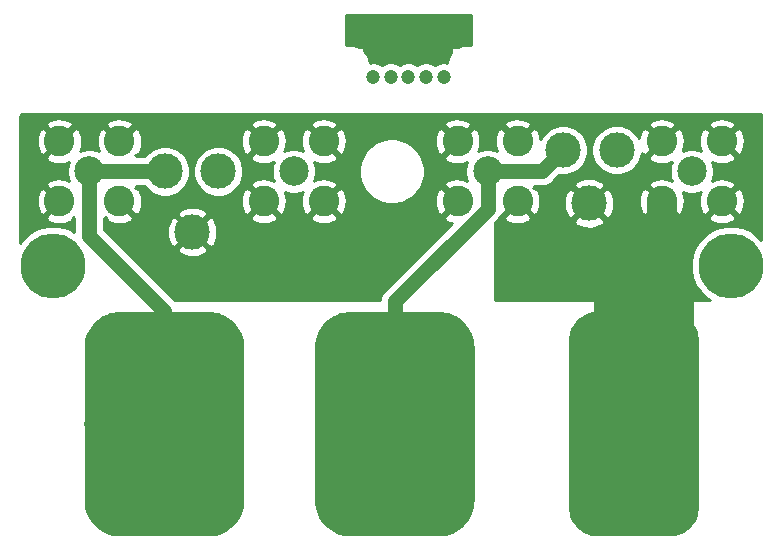
<source format=gbr>
G04 #@! TF.GenerationSoftware,KiCad,Pcbnew,(5.1.0)-1*
G04 #@! TF.CreationDate,2019-08-14T22:30:10+08:00*
G04 #@! TF.ProjectId,Kelvin Connector for Handheld LCR Meter,4b656c76-696e-4204-936f-6e6e6563746f,1.01*
G04 #@! TF.SameCoordinates,Original*
G04 #@! TF.FileFunction,Copper,L1,Top*
G04 #@! TF.FilePolarity,Positive*
%FSLAX46Y46*%
G04 Gerber Fmt 4.6, Leading zero omitted, Abs format (unit mm)*
G04 Created by KiCad (PCBNEW (5.1.0)-1) date 2019-08-14 22:30:10*
%MOMM*%
%LPD*%
G04 APERTURE LIST*
%ADD10C,2.500000*%
%ADD11C,2.600000*%
%ADD12C,5.500000*%
%ADD13C,0.100000*%
%ADD14C,11.000000*%
%ADD15C,13.500000*%
%ADD16C,2.999999*%
%ADD17C,1.200000*%
%ADD18C,0.600000*%
%ADD19C,2.540000*%
%ADD20C,1.270000*%
%ADD21C,0.254000*%
G04 APERTURE END LIST*
D10*
X222700000Y-93000000D03*
D11*
X225240000Y-90460000D03*
X225240000Y-95540000D03*
X220160000Y-90460000D03*
X220160000Y-95540000D03*
D12*
X243300000Y-101000000D03*
X185900000Y-101000000D03*
D13*
G36*
X238397358Y-104911759D02*
G01*
X238634411Y-104946922D01*
X238866875Y-105005152D01*
X239092513Y-105085886D01*
X239309151Y-105188348D01*
X239514703Y-105311551D01*
X239707188Y-105454308D01*
X239884755Y-105615245D01*
X240045692Y-105792812D01*
X240188449Y-105985297D01*
X240311652Y-106190849D01*
X240414114Y-106407487D01*
X240494848Y-106633125D01*
X240553078Y-106865589D01*
X240588241Y-107102642D01*
X240600000Y-107342000D01*
X240600000Y-121458000D01*
X240588241Y-121697358D01*
X240553078Y-121934411D01*
X240494848Y-122166875D01*
X240414114Y-122392513D01*
X240311652Y-122609151D01*
X240188449Y-122814703D01*
X240045692Y-123007188D01*
X239884755Y-123184755D01*
X239707188Y-123345692D01*
X239514703Y-123488449D01*
X239309151Y-123611652D01*
X239092513Y-123714114D01*
X238866875Y-123794848D01*
X238634411Y-123853078D01*
X238397358Y-123888241D01*
X238158000Y-123900000D01*
X232042000Y-123900000D01*
X231802642Y-123888241D01*
X231565589Y-123853078D01*
X231333125Y-123794848D01*
X231107487Y-123714114D01*
X230890849Y-123611652D01*
X230685297Y-123488449D01*
X230492812Y-123345692D01*
X230315245Y-123184755D01*
X230154308Y-123007188D01*
X230011551Y-122814703D01*
X229888348Y-122609151D01*
X229785886Y-122392513D01*
X229705152Y-122166875D01*
X229646922Y-121934411D01*
X229611759Y-121697358D01*
X229600000Y-121458000D01*
X229600000Y-107342000D01*
X229611759Y-107102642D01*
X229646922Y-106865589D01*
X229705152Y-106633125D01*
X229785886Y-106407487D01*
X229888348Y-106190849D01*
X230011551Y-105985297D01*
X230154308Y-105792812D01*
X230315245Y-105615245D01*
X230492812Y-105454308D01*
X230685297Y-105311551D01*
X230890849Y-105188348D01*
X231107487Y-105085886D01*
X231333125Y-105005152D01*
X231565589Y-104946922D01*
X231802642Y-104911759D01*
X232042000Y-104900000D01*
X238158000Y-104900000D01*
X238397358Y-104911759D01*
X238397358Y-104911759D01*
G37*
D14*
X235100000Y-114400000D03*
D13*
G36*
X218896757Y-104914431D02*
G01*
X219187686Y-104957587D01*
X219472983Y-105029050D01*
X219749902Y-105128133D01*
X220015776Y-105253882D01*
X220268044Y-105405086D01*
X220504277Y-105580288D01*
X220722199Y-105777801D01*
X220919712Y-105995723D01*
X221094914Y-106231956D01*
X221246118Y-106484224D01*
X221371867Y-106750098D01*
X221470950Y-107027017D01*
X221542413Y-107312314D01*
X221585569Y-107603243D01*
X221600000Y-107897000D01*
X221600000Y-120903000D01*
X221585569Y-121196757D01*
X221542413Y-121487686D01*
X221470950Y-121772983D01*
X221371867Y-122049902D01*
X221246118Y-122315776D01*
X221094914Y-122568044D01*
X220919712Y-122804277D01*
X220722199Y-123022199D01*
X220504277Y-123219712D01*
X220268044Y-123394914D01*
X220015776Y-123546118D01*
X219749902Y-123671867D01*
X219472983Y-123770950D01*
X219187686Y-123842413D01*
X218896757Y-123885569D01*
X218603000Y-123900000D01*
X211097000Y-123900000D01*
X210803243Y-123885569D01*
X210512314Y-123842413D01*
X210227017Y-123770950D01*
X209950098Y-123671867D01*
X209684224Y-123546118D01*
X209431956Y-123394914D01*
X209195723Y-123219712D01*
X208977801Y-123022199D01*
X208780288Y-122804277D01*
X208605086Y-122568044D01*
X208453882Y-122315776D01*
X208328133Y-122049902D01*
X208229050Y-121772983D01*
X208157587Y-121487686D01*
X208114431Y-121196757D01*
X208100000Y-120903000D01*
X208100000Y-107897000D01*
X208114431Y-107603243D01*
X208157587Y-107312314D01*
X208229050Y-107027017D01*
X208328133Y-106750098D01*
X208453882Y-106484224D01*
X208605086Y-106231956D01*
X208780288Y-105995723D01*
X208977801Y-105777801D01*
X209195723Y-105580288D01*
X209431956Y-105405086D01*
X209684224Y-105253882D01*
X209950098Y-105128133D01*
X210227017Y-105029050D01*
X210512314Y-104957587D01*
X210803243Y-104914431D01*
X211097000Y-104900000D01*
X218603000Y-104900000D01*
X218896757Y-104914431D01*
X218896757Y-104914431D01*
G37*
D15*
X214850000Y-114400000D03*
D13*
G36*
X199396757Y-104914431D02*
G01*
X199687686Y-104957587D01*
X199972983Y-105029050D01*
X200249902Y-105128133D01*
X200515776Y-105253882D01*
X200768044Y-105405086D01*
X201004277Y-105580288D01*
X201222199Y-105777801D01*
X201419712Y-105995723D01*
X201594914Y-106231956D01*
X201746118Y-106484224D01*
X201871867Y-106750098D01*
X201970950Y-107027017D01*
X202042413Y-107312314D01*
X202085569Y-107603243D01*
X202100000Y-107897000D01*
X202100000Y-120903000D01*
X202085569Y-121196757D01*
X202042413Y-121487686D01*
X201970950Y-121772983D01*
X201871867Y-122049902D01*
X201746118Y-122315776D01*
X201594914Y-122568044D01*
X201419712Y-122804277D01*
X201222199Y-123022199D01*
X201004277Y-123219712D01*
X200768044Y-123394914D01*
X200515776Y-123546118D01*
X200249902Y-123671867D01*
X199972983Y-123770950D01*
X199687686Y-123842413D01*
X199396757Y-123885569D01*
X199103000Y-123900000D01*
X191597000Y-123900000D01*
X191303243Y-123885569D01*
X191012314Y-123842413D01*
X190727017Y-123770950D01*
X190450098Y-123671867D01*
X190184224Y-123546118D01*
X189931956Y-123394914D01*
X189695723Y-123219712D01*
X189477801Y-123022199D01*
X189280288Y-122804277D01*
X189105086Y-122568044D01*
X188953882Y-122315776D01*
X188828133Y-122049902D01*
X188729050Y-121772983D01*
X188657587Y-121487686D01*
X188614431Y-121196757D01*
X188600000Y-120903000D01*
X188600000Y-107897000D01*
X188614431Y-107603243D01*
X188657587Y-107312314D01*
X188729050Y-107027017D01*
X188828133Y-106750098D01*
X188953882Y-106484224D01*
X189105086Y-106231956D01*
X189280288Y-105995723D01*
X189477801Y-105777801D01*
X189695723Y-105580288D01*
X189931956Y-105405086D01*
X190184224Y-105253882D01*
X190450098Y-105128133D01*
X190727017Y-105029050D01*
X191012314Y-104957587D01*
X191303243Y-104914431D01*
X191597000Y-104900000D01*
X199103000Y-104900000D01*
X199396757Y-104914431D01*
X199396757Y-104914431D01*
G37*
D15*
X195350000Y-114400000D03*
D16*
X231300000Y-95700000D03*
X197693000Y-98125000D03*
X195400000Y-93000000D03*
D11*
X203760000Y-95540000D03*
X203760000Y-90460000D03*
X208840000Y-95540000D03*
X208840000Y-90460000D03*
D10*
X206300000Y-93000000D03*
D16*
X199900000Y-93000000D03*
D10*
X189000000Y-93000000D03*
D11*
X191540000Y-90460000D03*
X191540000Y-95540000D03*
X186460000Y-90460000D03*
X186460000Y-95540000D03*
D16*
X229100000Y-91200000D03*
D11*
X237460000Y-95540000D03*
X237460000Y-90460000D03*
X242540000Y-95540000D03*
X242540000Y-90460000D03*
D10*
X240000000Y-93000000D03*
D16*
X233634000Y-91200000D03*
D17*
X213000000Y-85000000D03*
X214500000Y-85000000D03*
X216000000Y-85000000D03*
X217500000Y-85000000D03*
X219000000Y-85000000D03*
D18*
X233000000Y-100500000D03*
X234000000Y-100500000D03*
X235000000Y-100500000D03*
X236000000Y-100500000D03*
X237000000Y-100500000D03*
X238000000Y-100500000D03*
X239000000Y-100500000D03*
X232000000Y-101700000D03*
X233000000Y-101700000D03*
X234000000Y-101700000D03*
X235000000Y-101700000D03*
X236000000Y-101700000D03*
X237000000Y-101700000D03*
X238000000Y-101700000D03*
X239000000Y-101700000D03*
X232000000Y-102900000D03*
X233000000Y-102900000D03*
X234000000Y-102900000D03*
X235000000Y-102900000D03*
X236000000Y-102900000D03*
X237000000Y-102900000D03*
X238000000Y-102900000D03*
X239000000Y-102900000D03*
X232000000Y-104100000D03*
X233000000Y-104100000D03*
X234000000Y-104100000D03*
X235000000Y-104100000D03*
X236000000Y-104100000D03*
X237000000Y-104100000D03*
X238000000Y-104100000D03*
X239000000Y-104100000D03*
X183600000Y-97800000D03*
X183600000Y-96900000D03*
X184400000Y-97300000D03*
X245500000Y-97700000D03*
X245500000Y-96900000D03*
X244800000Y-97300000D03*
X232000000Y-100500000D03*
X207000000Y-99300000D03*
X206000000Y-100500000D03*
X207000000Y-100500000D03*
X205000000Y-101700000D03*
X206000000Y-101700000D03*
X207000000Y-101700000D03*
X204000000Y-102900000D03*
X205000000Y-102900000D03*
X206000000Y-102900000D03*
X207000000Y-102900000D03*
X202000000Y-99300000D03*
X201000000Y-99300000D03*
X203000000Y-98100000D03*
X202000000Y-98100000D03*
X201000000Y-98100000D03*
X200000000Y-98100000D03*
X201000000Y-96900000D03*
X200000000Y-96900000D03*
D19*
X235100000Y-102700000D02*
X235100000Y-102700000D01*
X235400000Y-102400000D02*
X235200000Y-102600000D01*
X235200000Y-102600000D02*
X235100000Y-102700000D01*
X235900000Y-101900000D02*
X235400000Y-102400000D01*
X235100000Y-102700000D02*
X235100000Y-114400000D01*
X235900000Y-101900000D02*
X237500000Y-101900000D01*
X237460000Y-101560000D02*
X237460000Y-101040000D01*
X237800000Y-101900000D02*
X237460000Y-101560000D01*
X237500000Y-101900000D02*
X237500000Y-101900000D01*
X237460000Y-101040000D02*
X237460000Y-100840000D01*
X237460000Y-100840000D02*
X237460000Y-95540000D01*
X237500000Y-101900000D02*
X237800000Y-101900000D01*
X238900000Y-110600000D02*
X235100000Y-114400000D01*
X238900000Y-103500000D02*
X238900000Y-110600000D01*
X233000000Y-112300000D02*
X235100000Y-114400000D01*
X233000000Y-103000000D02*
X233000000Y-112300000D01*
X237500000Y-112000000D02*
X235100000Y-114400000D01*
X237500000Y-103500000D02*
X237500000Y-112000000D01*
D20*
X195350000Y-104800000D02*
X195350000Y-114400000D01*
X189000000Y-98450000D02*
X195350000Y-104800000D01*
X189000000Y-93000000D02*
X189000000Y-98450000D01*
X189000000Y-93000000D02*
X195400000Y-93000000D01*
X214850000Y-104800000D02*
X214850000Y-114400000D01*
X214850000Y-104009802D02*
X214850000Y-104800000D01*
X222700000Y-96159802D02*
X214850000Y-104009802D01*
X222700000Y-93000000D02*
X222700000Y-96159802D01*
X227300000Y-93000000D02*
X229100000Y-91200000D01*
X222700000Y-93000000D02*
X227300000Y-93000000D01*
D21*
G36*
X245873000Y-98785886D02*
G01*
X245457812Y-98370698D01*
X244903399Y-98000252D01*
X244287368Y-97745083D01*
X243633393Y-97615000D01*
X242966607Y-97615000D01*
X242312632Y-97745083D01*
X241696601Y-98000252D01*
X241142188Y-98370698D01*
X240670698Y-98842188D01*
X240300252Y-99396601D01*
X240045083Y-100012632D01*
X239915000Y-100666607D01*
X239915000Y-101333393D01*
X240045083Y-101987368D01*
X240300252Y-102603399D01*
X240670698Y-103157812D01*
X241142188Y-103629302D01*
X241506909Y-103873000D01*
X223327000Y-103873000D01*
X223327000Y-97328853D01*
X223553914Y-97101939D01*
X223602370Y-97062172D01*
X223744305Y-96889224D01*
X224070381Y-96889224D01*
X224202317Y-97184312D01*
X224543045Y-97355159D01*
X224910557Y-97456250D01*
X225290729Y-97483701D01*
X225668951Y-97436457D01*
X226030690Y-97316333D01*
X226263950Y-97191652D01*
X229987953Y-97191652D01*
X230143963Y-97507213D01*
X230518746Y-97698019D01*
X230923552Y-97812043D01*
X231342825Y-97844902D01*
X231760452Y-97795333D01*
X232160383Y-97665242D01*
X232456037Y-97507213D01*
X232612047Y-97191652D01*
X231300000Y-95879605D01*
X229987953Y-97191652D01*
X226263950Y-97191652D01*
X226277683Y-97184312D01*
X226409619Y-96889224D01*
X225240000Y-95719605D01*
X224070381Y-96889224D01*
X223744305Y-96889224D01*
X223761075Y-96868790D01*
X223854760Y-96693516D01*
X223890776Y-96709619D01*
X225060395Y-95540000D01*
X225046253Y-95525858D01*
X225225858Y-95346253D01*
X225240000Y-95360395D01*
X225254143Y-95346253D01*
X225433748Y-95525858D01*
X225419605Y-95540000D01*
X226589224Y-96709619D01*
X226884312Y-96577683D01*
X227055159Y-96236955D01*
X227156250Y-95869443D01*
X227165392Y-95742825D01*
X229155098Y-95742825D01*
X229204667Y-96160452D01*
X229334758Y-96560383D01*
X229492787Y-96856037D01*
X229808348Y-97012047D01*
X231120395Y-95700000D01*
X231479605Y-95700000D01*
X232791652Y-97012047D01*
X233040085Y-96889224D01*
X236290381Y-96889224D01*
X236422317Y-97184312D01*
X236763045Y-97355159D01*
X237130557Y-97456250D01*
X237510729Y-97483701D01*
X237888951Y-97436457D01*
X238250690Y-97316333D01*
X238497683Y-97184312D01*
X238629619Y-96889224D01*
X241370381Y-96889224D01*
X241502317Y-97184312D01*
X241843045Y-97355159D01*
X242210557Y-97456250D01*
X242590729Y-97483701D01*
X242968951Y-97436457D01*
X243330690Y-97316333D01*
X243577683Y-97184312D01*
X243709619Y-96889224D01*
X242540000Y-95719605D01*
X241370381Y-96889224D01*
X238629619Y-96889224D01*
X237460000Y-95719605D01*
X236290381Y-96889224D01*
X233040085Y-96889224D01*
X233107213Y-96856037D01*
X233298019Y-96481254D01*
X233412043Y-96076448D01*
X233444902Y-95657175D01*
X233437016Y-95590729D01*
X235516299Y-95590729D01*
X235563543Y-95968951D01*
X235683667Y-96330690D01*
X235815688Y-96577683D01*
X236110776Y-96709619D01*
X237280395Y-95540000D01*
X236110776Y-94370381D01*
X235815688Y-94502317D01*
X235644841Y-94843045D01*
X235543750Y-95210557D01*
X235516299Y-95590729D01*
X233437016Y-95590729D01*
X233395333Y-95239548D01*
X233265242Y-94839617D01*
X233107213Y-94543963D01*
X232791652Y-94387953D01*
X231479605Y-95700000D01*
X231120395Y-95700000D01*
X229808348Y-94387953D01*
X229492787Y-94543963D01*
X229301981Y-94918746D01*
X229187957Y-95323552D01*
X229155098Y-95742825D01*
X227165392Y-95742825D01*
X227183701Y-95489271D01*
X227136457Y-95111049D01*
X227016333Y-94749310D01*
X226884312Y-94502317D01*
X226589226Y-94370382D01*
X226689608Y-94270000D01*
X227237627Y-94270000D01*
X227300000Y-94276143D01*
X227362373Y-94270000D01*
X227362380Y-94270000D01*
X227548963Y-94251623D01*
X227691621Y-94208348D01*
X229987953Y-94208348D01*
X231300000Y-95520395D01*
X232612047Y-94208348D01*
X232456037Y-93892787D01*
X232081254Y-93701981D01*
X231676448Y-93587957D01*
X231257175Y-93555098D01*
X230839548Y-93604667D01*
X230439617Y-93734758D01*
X230143963Y-93892787D01*
X229987953Y-94208348D01*
X227691621Y-94208348D01*
X227788359Y-94179003D01*
X228008988Y-94061075D01*
X228202370Y-93902370D01*
X228242141Y-93853909D01*
X228782399Y-93313651D01*
X228889721Y-93334999D01*
X229310279Y-93334999D01*
X229722756Y-93252952D01*
X230111301Y-93092011D01*
X230460982Y-92858362D01*
X230758362Y-92560982D01*
X230992011Y-92211301D01*
X231152952Y-91822756D01*
X231234999Y-91410279D01*
X231234999Y-90989721D01*
X231499001Y-90989721D01*
X231499001Y-91410279D01*
X231581048Y-91822756D01*
X231741989Y-92211301D01*
X231975638Y-92560982D01*
X232273018Y-92858362D01*
X232622699Y-93092011D01*
X233011244Y-93252952D01*
X233423721Y-93334999D01*
X233844279Y-93334999D01*
X234256756Y-93252952D01*
X234645301Y-93092011D01*
X234994982Y-92858362D01*
X235292362Y-92560982D01*
X235526011Y-92211301D01*
X235686952Y-91822756D01*
X235689643Y-91809224D01*
X236290381Y-91809224D01*
X236422317Y-92104312D01*
X236763045Y-92275159D01*
X237130557Y-92376250D01*
X237510729Y-92403701D01*
X237888951Y-92356457D01*
X238250690Y-92236333D01*
X238283212Y-92218950D01*
X238187439Y-92450166D01*
X238115000Y-92814344D01*
X238115000Y-93185656D01*
X238187439Y-93549834D01*
X238286923Y-93790009D01*
X238156955Y-93724841D01*
X237789443Y-93623750D01*
X237409271Y-93596299D01*
X237031049Y-93643543D01*
X236669310Y-93763667D01*
X236422317Y-93895688D01*
X236290381Y-94190776D01*
X237460000Y-95360395D01*
X237474143Y-95346253D01*
X237653748Y-95525858D01*
X237639605Y-95540000D01*
X238809224Y-96709619D01*
X239104312Y-96577683D01*
X239275159Y-96236955D01*
X239376250Y-95869443D01*
X239403701Y-95489271D01*
X239356457Y-95111049D01*
X239236333Y-94749310D01*
X239218950Y-94716788D01*
X239450166Y-94812561D01*
X239814344Y-94885000D01*
X240185656Y-94885000D01*
X240549834Y-94812561D01*
X240790009Y-94713077D01*
X240724841Y-94843045D01*
X240623750Y-95210557D01*
X240596299Y-95590729D01*
X240643543Y-95968951D01*
X240763667Y-96330690D01*
X240895688Y-96577683D01*
X241190776Y-96709619D01*
X242360395Y-95540000D01*
X242719605Y-95540000D01*
X243889224Y-96709619D01*
X244184312Y-96577683D01*
X244355159Y-96236955D01*
X244456250Y-95869443D01*
X244483701Y-95489271D01*
X244436457Y-95111049D01*
X244316333Y-94749310D01*
X244184312Y-94502317D01*
X243889224Y-94370381D01*
X242719605Y-95540000D01*
X242360395Y-95540000D01*
X242346253Y-95525858D01*
X242525858Y-95346253D01*
X242540000Y-95360395D01*
X243709619Y-94190776D01*
X243577683Y-93895688D01*
X243236955Y-93724841D01*
X242869443Y-93623750D01*
X242489271Y-93596299D01*
X242111049Y-93643543D01*
X241749310Y-93763667D01*
X241716788Y-93781050D01*
X241812561Y-93549834D01*
X241885000Y-93185656D01*
X241885000Y-92814344D01*
X241812561Y-92450166D01*
X241713077Y-92209991D01*
X241843045Y-92275159D01*
X242210557Y-92376250D01*
X242590729Y-92403701D01*
X242968951Y-92356457D01*
X243330690Y-92236333D01*
X243577683Y-92104312D01*
X243709619Y-91809224D01*
X242540000Y-90639605D01*
X242525858Y-90653748D01*
X242346253Y-90474143D01*
X242360395Y-90460000D01*
X242719605Y-90460000D01*
X243889224Y-91629619D01*
X244184312Y-91497683D01*
X244355159Y-91156955D01*
X244456250Y-90789443D01*
X244483701Y-90409271D01*
X244436457Y-90031049D01*
X244316333Y-89669310D01*
X244184312Y-89422317D01*
X243889224Y-89290381D01*
X242719605Y-90460000D01*
X242360395Y-90460000D01*
X241190776Y-89290381D01*
X240895688Y-89422317D01*
X240724841Y-89763045D01*
X240623750Y-90130557D01*
X240596299Y-90510729D01*
X240643543Y-90888951D01*
X240763667Y-91250690D01*
X240781050Y-91283212D01*
X240549834Y-91187439D01*
X240185656Y-91115000D01*
X239814344Y-91115000D01*
X239450166Y-91187439D01*
X239209991Y-91286923D01*
X239275159Y-91156955D01*
X239376250Y-90789443D01*
X239403701Y-90409271D01*
X239356457Y-90031049D01*
X239236333Y-89669310D01*
X239104312Y-89422317D01*
X238809224Y-89290381D01*
X237639605Y-90460000D01*
X237653748Y-90474143D01*
X237474143Y-90653748D01*
X237460000Y-90639605D01*
X236290381Y-91809224D01*
X235689643Y-91809224D01*
X235768991Y-91410319D01*
X235815688Y-91497683D01*
X236110776Y-91629619D01*
X237280395Y-90460000D01*
X236110776Y-89290381D01*
X235815688Y-89422317D01*
X235644841Y-89763045D01*
X235543750Y-90130557D01*
X235537542Y-90216536D01*
X235526011Y-90188699D01*
X235292362Y-89839018D01*
X234994982Y-89541638D01*
X234645301Y-89307989D01*
X234256756Y-89147048D01*
X234074405Y-89110776D01*
X236290381Y-89110776D01*
X237460000Y-90280395D01*
X238629619Y-89110776D01*
X241370381Y-89110776D01*
X242540000Y-90280395D01*
X243709619Y-89110776D01*
X243577683Y-88815688D01*
X243236955Y-88644841D01*
X242869443Y-88543750D01*
X242489271Y-88516299D01*
X242111049Y-88563543D01*
X241749310Y-88683667D01*
X241502317Y-88815688D01*
X241370381Y-89110776D01*
X238629619Y-89110776D01*
X238497683Y-88815688D01*
X238156955Y-88644841D01*
X237789443Y-88543750D01*
X237409271Y-88516299D01*
X237031049Y-88563543D01*
X236669310Y-88683667D01*
X236422317Y-88815688D01*
X236290381Y-89110776D01*
X234074405Y-89110776D01*
X233844279Y-89065001D01*
X233423721Y-89065001D01*
X233011244Y-89147048D01*
X232622699Y-89307989D01*
X232273018Y-89541638D01*
X231975638Y-89839018D01*
X231741989Y-90188699D01*
X231581048Y-90577244D01*
X231499001Y-90989721D01*
X231234999Y-90989721D01*
X231152952Y-90577244D01*
X230992011Y-90188699D01*
X230758362Y-89839018D01*
X230460982Y-89541638D01*
X230111301Y-89307989D01*
X229722756Y-89147048D01*
X229310279Y-89065001D01*
X228889721Y-89065001D01*
X228477244Y-89147048D01*
X228088699Y-89307989D01*
X227739018Y-89541638D01*
X227441638Y-89839018D01*
X227207989Y-90188699D01*
X227168160Y-90284854D01*
X227136457Y-90031049D01*
X227016333Y-89669310D01*
X226884312Y-89422317D01*
X226589224Y-89290381D01*
X225419605Y-90460000D01*
X225433748Y-90474143D01*
X225254143Y-90653748D01*
X225240000Y-90639605D01*
X225225858Y-90653748D01*
X225046253Y-90474143D01*
X225060395Y-90460000D01*
X223890776Y-89290381D01*
X223595688Y-89422317D01*
X223424841Y-89763045D01*
X223323750Y-90130557D01*
X223296299Y-90510729D01*
X223343543Y-90888951D01*
X223463667Y-91250690D01*
X223481050Y-91283212D01*
X223249834Y-91187439D01*
X222885656Y-91115000D01*
X222514344Y-91115000D01*
X222150166Y-91187439D01*
X221909991Y-91286923D01*
X221975159Y-91156955D01*
X222076250Y-90789443D01*
X222103701Y-90409271D01*
X222056457Y-90031049D01*
X221936333Y-89669310D01*
X221804312Y-89422317D01*
X221509224Y-89290381D01*
X220339605Y-90460000D01*
X220353748Y-90474143D01*
X220174143Y-90653748D01*
X220160000Y-90639605D01*
X218990381Y-91809224D01*
X219122317Y-92104312D01*
X219463045Y-92275159D01*
X219830557Y-92376250D01*
X220210729Y-92403701D01*
X220588951Y-92356457D01*
X220950690Y-92236333D01*
X220983212Y-92218950D01*
X220887439Y-92450166D01*
X220815000Y-92814344D01*
X220815000Y-93185656D01*
X220887439Y-93549834D01*
X220986923Y-93790009D01*
X220856955Y-93724841D01*
X220489443Y-93623750D01*
X220109271Y-93596299D01*
X219731049Y-93643543D01*
X219369310Y-93763667D01*
X219122317Y-93895688D01*
X218990381Y-94190776D01*
X220160000Y-95360395D01*
X220174143Y-95346253D01*
X220353748Y-95525858D01*
X220339605Y-95540000D01*
X220353748Y-95554143D01*
X220174143Y-95733748D01*
X220160000Y-95719605D01*
X218990381Y-96889224D01*
X219122317Y-97184312D01*
X219463045Y-97355159D01*
X219655621Y-97408131D01*
X213996091Y-103067661D01*
X213947630Y-103107432D01*
X213788925Y-103300815D01*
X213670997Y-103521444D01*
X213638279Y-103629302D01*
X213598377Y-103760839D01*
X213597423Y-103770527D01*
X213587330Y-103873000D01*
X196222358Y-103873000D01*
X196203915Y-103857864D01*
X191962703Y-99616652D01*
X196380953Y-99616652D01*
X196536963Y-99932213D01*
X196911746Y-100123019D01*
X197316552Y-100237043D01*
X197735825Y-100269902D01*
X198153452Y-100220333D01*
X198553383Y-100090242D01*
X198849037Y-99932213D01*
X199005047Y-99616652D01*
X197693000Y-98304605D01*
X196380953Y-99616652D01*
X191962703Y-99616652D01*
X190513876Y-98167825D01*
X195548098Y-98167825D01*
X195597667Y-98585452D01*
X195727758Y-98985383D01*
X195885787Y-99281037D01*
X196201348Y-99437047D01*
X197513395Y-98125000D01*
X197872605Y-98125000D01*
X199184652Y-99437047D01*
X199500213Y-99281037D01*
X199691019Y-98906254D01*
X199805043Y-98501448D01*
X199837902Y-98082175D01*
X199788333Y-97664548D01*
X199658242Y-97264617D01*
X199500213Y-96968963D01*
X199338926Y-96889224D01*
X202590381Y-96889224D01*
X202722317Y-97184312D01*
X203063045Y-97355159D01*
X203430557Y-97456250D01*
X203810729Y-97483701D01*
X204188951Y-97436457D01*
X204550690Y-97316333D01*
X204797683Y-97184312D01*
X204929619Y-96889224D01*
X207670381Y-96889224D01*
X207802317Y-97184312D01*
X208143045Y-97355159D01*
X208510557Y-97456250D01*
X208890729Y-97483701D01*
X209268951Y-97436457D01*
X209630690Y-97316333D01*
X209877683Y-97184312D01*
X210009619Y-96889224D01*
X208840000Y-95719605D01*
X207670381Y-96889224D01*
X204929619Y-96889224D01*
X203760000Y-95719605D01*
X202590381Y-96889224D01*
X199338926Y-96889224D01*
X199184652Y-96812953D01*
X197872605Y-98125000D01*
X197513395Y-98125000D01*
X196201348Y-96812953D01*
X195885787Y-96968963D01*
X195694981Y-97343746D01*
X195580957Y-97748552D01*
X195548098Y-98167825D01*
X190513876Y-98167825D01*
X190270000Y-97923950D01*
X190270000Y-96989608D01*
X190370382Y-96889226D01*
X190502317Y-97184312D01*
X190843045Y-97355159D01*
X191210557Y-97456250D01*
X191590729Y-97483701D01*
X191968951Y-97436457D01*
X192330690Y-97316333D01*
X192577683Y-97184312D01*
X192709619Y-96889224D01*
X191540000Y-95719605D01*
X191525858Y-95733748D01*
X191346253Y-95554143D01*
X191360395Y-95540000D01*
X191346253Y-95525858D01*
X191525858Y-95346253D01*
X191540000Y-95360395D01*
X191554143Y-95346253D01*
X191733748Y-95525858D01*
X191719605Y-95540000D01*
X192889224Y-96709619D01*
X193059811Y-96633348D01*
X196380953Y-96633348D01*
X197693000Y-97945395D01*
X199005047Y-96633348D01*
X198849037Y-96317787D01*
X198474254Y-96126981D01*
X198069448Y-96012957D01*
X197650175Y-95980098D01*
X197232548Y-96029667D01*
X196832617Y-96159758D01*
X196536963Y-96317787D01*
X196380953Y-96633348D01*
X193059811Y-96633348D01*
X193184312Y-96577683D01*
X193355159Y-96236955D01*
X193456250Y-95869443D01*
X193476375Y-95590729D01*
X201816299Y-95590729D01*
X201863543Y-95968951D01*
X201983667Y-96330690D01*
X202115688Y-96577683D01*
X202410776Y-96709619D01*
X203580395Y-95540000D01*
X202410776Y-94370381D01*
X202115688Y-94502317D01*
X201944841Y-94843045D01*
X201843750Y-95210557D01*
X201816299Y-95590729D01*
X193476375Y-95590729D01*
X193483701Y-95489271D01*
X193436457Y-95111049D01*
X193316333Y-94749310D01*
X193184312Y-94502317D01*
X192889226Y-94370382D01*
X192989608Y-94270000D01*
X193680846Y-94270000D01*
X193741638Y-94360982D01*
X194039018Y-94658362D01*
X194388699Y-94892011D01*
X194777244Y-95052952D01*
X195189721Y-95134999D01*
X195610279Y-95134999D01*
X196022756Y-95052952D01*
X196411301Y-94892011D01*
X196760982Y-94658362D01*
X197058362Y-94360982D01*
X197292011Y-94011301D01*
X197452952Y-93622756D01*
X197534999Y-93210279D01*
X197534999Y-92789721D01*
X197765001Y-92789721D01*
X197765001Y-93210279D01*
X197847048Y-93622756D01*
X198007989Y-94011301D01*
X198241638Y-94360982D01*
X198539018Y-94658362D01*
X198888699Y-94892011D01*
X199277244Y-95052952D01*
X199689721Y-95134999D01*
X200110279Y-95134999D01*
X200522756Y-95052952D01*
X200911301Y-94892011D01*
X201260982Y-94658362D01*
X201558362Y-94360982D01*
X201792011Y-94011301D01*
X201952952Y-93622756D01*
X202034999Y-93210279D01*
X202034999Y-92789721D01*
X201952952Y-92377244D01*
X201792011Y-91988699D01*
X201672090Y-91809224D01*
X202590381Y-91809224D01*
X202722317Y-92104312D01*
X203063045Y-92275159D01*
X203430557Y-92376250D01*
X203810729Y-92403701D01*
X204188951Y-92356457D01*
X204550690Y-92236333D01*
X204583212Y-92218950D01*
X204487439Y-92450166D01*
X204415000Y-92814344D01*
X204415000Y-93185656D01*
X204487439Y-93549834D01*
X204586923Y-93790009D01*
X204456955Y-93724841D01*
X204089443Y-93623750D01*
X203709271Y-93596299D01*
X203331049Y-93643543D01*
X202969310Y-93763667D01*
X202722317Y-93895688D01*
X202590381Y-94190776D01*
X203760000Y-95360395D01*
X203774143Y-95346253D01*
X203953748Y-95525858D01*
X203939605Y-95540000D01*
X205109224Y-96709619D01*
X205404312Y-96577683D01*
X205575159Y-96236955D01*
X205676250Y-95869443D01*
X205703701Y-95489271D01*
X205656457Y-95111049D01*
X205536333Y-94749310D01*
X205518950Y-94716788D01*
X205750166Y-94812561D01*
X206114344Y-94885000D01*
X206485656Y-94885000D01*
X206849834Y-94812561D01*
X207090009Y-94713077D01*
X207024841Y-94843045D01*
X206923750Y-95210557D01*
X206896299Y-95590729D01*
X206943543Y-95968951D01*
X207063667Y-96330690D01*
X207195688Y-96577683D01*
X207490776Y-96709619D01*
X208660395Y-95540000D01*
X209019605Y-95540000D01*
X210189224Y-96709619D01*
X210484312Y-96577683D01*
X210655159Y-96236955D01*
X210756250Y-95869443D01*
X210783701Y-95489271D01*
X210736457Y-95111049D01*
X210616333Y-94749310D01*
X210484312Y-94502317D01*
X210189224Y-94370381D01*
X209019605Y-95540000D01*
X208660395Y-95540000D01*
X208646253Y-95525858D01*
X208825858Y-95346253D01*
X208840000Y-95360395D01*
X210009619Y-94190776D01*
X209877683Y-93895688D01*
X209536955Y-93724841D01*
X209169443Y-93623750D01*
X208789271Y-93596299D01*
X208411049Y-93643543D01*
X208049310Y-93763667D01*
X208016788Y-93781050D01*
X208112561Y-93549834D01*
X208185000Y-93185656D01*
X208185000Y-92814344D01*
X208167368Y-92725701D01*
X211815000Y-92725701D01*
X211815000Y-93274299D01*
X211922026Y-93812354D01*
X212131965Y-94319192D01*
X212436750Y-94775334D01*
X212824666Y-95163250D01*
X213280808Y-95468035D01*
X213787646Y-95677974D01*
X214325701Y-95785000D01*
X214874299Y-95785000D01*
X215412354Y-95677974D01*
X215622982Y-95590729D01*
X218216299Y-95590729D01*
X218263543Y-95968951D01*
X218383667Y-96330690D01*
X218515688Y-96577683D01*
X218810776Y-96709619D01*
X219980395Y-95540000D01*
X218810776Y-94370381D01*
X218515688Y-94502317D01*
X218344841Y-94843045D01*
X218243750Y-95210557D01*
X218216299Y-95590729D01*
X215622982Y-95590729D01*
X215919192Y-95468035D01*
X216375334Y-95163250D01*
X216763250Y-94775334D01*
X217068035Y-94319192D01*
X217277974Y-93812354D01*
X217385000Y-93274299D01*
X217385000Y-92725701D01*
X217277974Y-92187646D01*
X217068035Y-91680808D01*
X216763250Y-91224666D01*
X216375334Y-90836750D01*
X215919192Y-90531965D01*
X215867924Y-90510729D01*
X218216299Y-90510729D01*
X218263543Y-90888951D01*
X218383667Y-91250690D01*
X218515688Y-91497683D01*
X218810776Y-91629619D01*
X219980395Y-90460000D01*
X218810776Y-89290381D01*
X218515688Y-89422317D01*
X218344841Y-89763045D01*
X218243750Y-90130557D01*
X218216299Y-90510729D01*
X215867924Y-90510729D01*
X215412354Y-90322026D01*
X214874299Y-90215000D01*
X214325701Y-90215000D01*
X213787646Y-90322026D01*
X213280808Y-90531965D01*
X212824666Y-90836750D01*
X212436750Y-91224666D01*
X212131965Y-91680808D01*
X211922026Y-92187646D01*
X211815000Y-92725701D01*
X208167368Y-92725701D01*
X208112561Y-92450166D01*
X208013077Y-92209991D01*
X208143045Y-92275159D01*
X208510557Y-92376250D01*
X208890729Y-92403701D01*
X209268951Y-92356457D01*
X209630690Y-92236333D01*
X209877683Y-92104312D01*
X210009619Y-91809224D01*
X208840000Y-90639605D01*
X208825858Y-90653748D01*
X208646253Y-90474143D01*
X208660395Y-90460000D01*
X209019605Y-90460000D01*
X210189224Y-91629619D01*
X210484312Y-91497683D01*
X210655159Y-91156955D01*
X210756250Y-90789443D01*
X210783701Y-90409271D01*
X210736457Y-90031049D01*
X210616333Y-89669310D01*
X210484312Y-89422317D01*
X210189224Y-89290381D01*
X209019605Y-90460000D01*
X208660395Y-90460000D01*
X207490776Y-89290381D01*
X207195688Y-89422317D01*
X207024841Y-89763045D01*
X206923750Y-90130557D01*
X206896299Y-90510729D01*
X206943543Y-90888951D01*
X207063667Y-91250690D01*
X207081050Y-91283212D01*
X206849834Y-91187439D01*
X206485656Y-91115000D01*
X206114344Y-91115000D01*
X205750166Y-91187439D01*
X205509991Y-91286923D01*
X205575159Y-91156955D01*
X205676250Y-90789443D01*
X205703701Y-90409271D01*
X205656457Y-90031049D01*
X205536333Y-89669310D01*
X205404312Y-89422317D01*
X205109224Y-89290381D01*
X203939605Y-90460000D01*
X203953748Y-90474143D01*
X203774143Y-90653748D01*
X203760000Y-90639605D01*
X202590381Y-91809224D01*
X201672090Y-91809224D01*
X201558362Y-91639018D01*
X201260982Y-91341638D01*
X200911301Y-91107989D01*
X200522756Y-90947048D01*
X200110279Y-90865001D01*
X199689721Y-90865001D01*
X199277244Y-90947048D01*
X198888699Y-91107989D01*
X198539018Y-91341638D01*
X198241638Y-91639018D01*
X198007989Y-91988699D01*
X197847048Y-92377244D01*
X197765001Y-92789721D01*
X197534999Y-92789721D01*
X197452952Y-92377244D01*
X197292011Y-91988699D01*
X197058362Y-91639018D01*
X196760982Y-91341638D01*
X196411301Y-91107989D01*
X196022756Y-90947048D01*
X195610279Y-90865001D01*
X195189721Y-90865001D01*
X194777244Y-90947048D01*
X194388699Y-91107989D01*
X194039018Y-91341638D01*
X193741638Y-91639018D01*
X193680846Y-91730000D01*
X192989608Y-91730000D01*
X192889226Y-91629618D01*
X193184312Y-91497683D01*
X193355159Y-91156955D01*
X193456250Y-90789443D01*
X193476375Y-90510729D01*
X201816299Y-90510729D01*
X201863543Y-90888951D01*
X201983667Y-91250690D01*
X202115688Y-91497683D01*
X202410776Y-91629619D01*
X203580395Y-90460000D01*
X202410776Y-89290381D01*
X202115688Y-89422317D01*
X201944841Y-89763045D01*
X201843750Y-90130557D01*
X201816299Y-90510729D01*
X193476375Y-90510729D01*
X193483701Y-90409271D01*
X193436457Y-90031049D01*
X193316333Y-89669310D01*
X193184312Y-89422317D01*
X192889224Y-89290381D01*
X191719605Y-90460000D01*
X191733748Y-90474143D01*
X191554143Y-90653748D01*
X191540000Y-90639605D01*
X191525858Y-90653748D01*
X191346253Y-90474143D01*
X191360395Y-90460000D01*
X190190776Y-89290381D01*
X189895688Y-89422317D01*
X189724841Y-89763045D01*
X189623750Y-90130557D01*
X189596299Y-90510729D01*
X189643543Y-90888951D01*
X189763667Y-91250690D01*
X189781050Y-91283212D01*
X189549834Y-91187439D01*
X189185656Y-91115000D01*
X188814344Y-91115000D01*
X188450166Y-91187439D01*
X188209991Y-91286923D01*
X188275159Y-91156955D01*
X188376250Y-90789443D01*
X188403701Y-90409271D01*
X188356457Y-90031049D01*
X188236333Y-89669310D01*
X188104312Y-89422317D01*
X187809224Y-89290381D01*
X186639605Y-90460000D01*
X186653748Y-90474143D01*
X186474143Y-90653748D01*
X186460000Y-90639605D01*
X185290381Y-91809224D01*
X185422317Y-92104312D01*
X185763045Y-92275159D01*
X186130557Y-92376250D01*
X186510729Y-92403701D01*
X186888951Y-92356457D01*
X187250690Y-92236333D01*
X187283212Y-92218950D01*
X187187439Y-92450166D01*
X187115000Y-92814344D01*
X187115000Y-93185656D01*
X187187439Y-93549834D01*
X187286923Y-93790009D01*
X187156955Y-93724841D01*
X186789443Y-93623750D01*
X186409271Y-93596299D01*
X186031049Y-93643543D01*
X185669310Y-93763667D01*
X185422317Y-93895688D01*
X185290381Y-94190776D01*
X186460000Y-95360395D01*
X186474143Y-95346253D01*
X186653748Y-95525858D01*
X186639605Y-95540000D01*
X186653748Y-95554143D01*
X186474143Y-95733748D01*
X186460000Y-95719605D01*
X185290381Y-96889224D01*
X185422317Y-97184312D01*
X185763045Y-97355159D01*
X186130557Y-97456250D01*
X186510729Y-97483701D01*
X186888951Y-97436457D01*
X187250690Y-97316333D01*
X187497683Y-97184312D01*
X187629618Y-96889226D01*
X187730001Y-96989609D01*
X187730001Y-98151662D01*
X187503399Y-98000252D01*
X186887368Y-97745083D01*
X186233393Y-97615000D01*
X185566607Y-97615000D01*
X184912632Y-97745083D01*
X184296601Y-98000252D01*
X183742188Y-98370698D01*
X183270698Y-98842188D01*
X183127000Y-99057248D01*
X183127000Y-95590729D01*
X184516299Y-95590729D01*
X184563543Y-95968951D01*
X184683667Y-96330690D01*
X184815688Y-96577683D01*
X185110776Y-96709619D01*
X186280395Y-95540000D01*
X185110776Y-94370381D01*
X184815688Y-94502317D01*
X184644841Y-94843045D01*
X184543750Y-95210557D01*
X184516299Y-95590729D01*
X183127000Y-95590729D01*
X183127000Y-90510729D01*
X184516299Y-90510729D01*
X184563543Y-90888951D01*
X184683667Y-91250690D01*
X184815688Y-91497683D01*
X185110776Y-91629619D01*
X186280395Y-90460000D01*
X185110776Y-89290381D01*
X184815688Y-89422317D01*
X184644841Y-89763045D01*
X184543750Y-90130557D01*
X184516299Y-90510729D01*
X183127000Y-90510729D01*
X183127000Y-89110776D01*
X185290381Y-89110776D01*
X186460000Y-90280395D01*
X187629619Y-89110776D01*
X190370381Y-89110776D01*
X191540000Y-90280395D01*
X192709619Y-89110776D01*
X202590381Y-89110776D01*
X203760000Y-90280395D01*
X204929619Y-89110776D01*
X207670381Y-89110776D01*
X208840000Y-90280395D01*
X210009619Y-89110776D01*
X218990381Y-89110776D01*
X220160000Y-90280395D01*
X221329619Y-89110776D01*
X224070381Y-89110776D01*
X225240000Y-90280395D01*
X226409619Y-89110776D01*
X226277683Y-88815688D01*
X225936955Y-88644841D01*
X225569443Y-88543750D01*
X225189271Y-88516299D01*
X224811049Y-88563543D01*
X224449310Y-88683667D01*
X224202317Y-88815688D01*
X224070381Y-89110776D01*
X221329619Y-89110776D01*
X221197683Y-88815688D01*
X220856955Y-88644841D01*
X220489443Y-88543750D01*
X220109271Y-88516299D01*
X219731049Y-88563543D01*
X219369310Y-88683667D01*
X219122317Y-88815688D01*
X218990381Y-89110776D01*
X210009619Y-89110776D01*
X209877683Y-88815688D01*
X209536955Y-88644841D01*
X209169443Y-88543750D01*
X208789271Y-88516299D01*
X208411049Y-88563543D01*
X208049310Y-88683667D01*
X207802317Y-88815688D01*
X207670381Y-89110776D01*
X204929619Y-89110776D01*
X204797683Y-88815688D01*
X204456955Y-88644841D01*
X204089443Y-88543750D01*
X203709271Y-88516299D01*
X203331049Y-88563543D01*
X202969310Y-88683667D01*
X202722317Y-88815688D01*
X202590381Y-89110776D01*
X192709619Y-89110776D01*
X192577683Y-88815688D01*
X192236955Y-88644841D01*
X191869443Y-88543750D01*
X191489271Y-88516299D01*
X191111049Y-88563543D01*
X190749310Y-88683667D01*
X190502317Y-88815688D01*
X190370381Y-89110776D01*
X187629619Y-89110776D01*
X187497683Y-88815688D01*
X187156955Y-88644841D01*
X186789443Y-88543750D01*
X186409271Y-88516299D01*
X186031049Y-88563543D01*
X185669310Y-88683667D01*
X185422317Y-88815688D01*
X185290381Y-89110776D01*
X183127000Y-89110776D01*
X183127000Y-88289535D01*
X183208895Y-88189121D01*
X183283986Y-88127000D01*
X245873000Y-88127000D01*
X245873000Y-98785886D01*
X245873000Y-98785886D01*
G37*
X245873000Y-98785886D02*
X245457812Y-98370698D01*
X244903399Y-98000252D01*
X244287368Y-97745083D01*
X243633393Y-97615000D01*
X242966607Y-97615000D01*
X242312632Y-97745083D01*
X241696601Y-98000252D01*
X241142188Y-98370698D01*
X240670698Y-98842188D01*
X240300252Y-99396601D01*
X240045083Y-100012632D01*
X239915000Y-100666607D01*
X239915000Y-101333393D01*
X240045083Y-101987368D01*
X240300252Y-102603399D01*
X240670698Y-103157812D01*
X241142188Y-103629302D01*
X241506909Y-103873000D01*
X223327000Y-103873000D01*
X223327000Y-97328853D01*
X223553914Y-97101939D01*
X223602370Y-97062172D01*
X223744305Y-96889224D01*
X224070381Y-96889224D01*
X224202317Y-97184312D01*
X224543045Y-97355159D01*
X224910557Y-97456250D01*
X225290729Y-97483701D01*
X225668951Y-97436457D01*
X226030690Y-97316333D01*
X226263950Y-97191652D01*
X229987953Y-97191652D01*
X230143963Y-97507213D01*
X230518746Y-97698019D01*
X230923552Y-97812043D01*
X231342825Y-97844902D01*
X231760452Y-97795333D01*
X232160383Y-97665242D01*
X232456037Y-97507213D01*
X232612047Y-97191652D01*
X231300000Y-95879605D01*
X229987953Y-97191652D01*
X226263950Y-97191652D01*
X226277683Y-97184312D01*
X226409619Y-96889224D01*
X225240000Y-95719605D01*
X224070381Y-96889224D01*
X223744305Y-96889224D01*
X223761075Y-96868790D01*
X223854760Y-96693516D01*
X223890776Y-96709619D01*
X225060395Y-95540000D01*
X225046253Y-95525858D01*
X225225858Y-95346253D01*
X225240000Y-95360395D01*
X225254143Y-95346253D01*
X225433748Y-95525858D01*
X225419605Y-95540000D01*
X226589224Y-96709619D01*
X226884312Y-96577683D01*
X227055159Y-96236955D01*
X227156250Y-95869443D01*
X227165392Y-95742825D01*
X229155098Y-95742825D01*
X229204667Y-96160452D01*
X229334758Y-96560383D01*
X229492787Y-96856037D01*
X229808348Y-97012047D01*
X231120395Y-95700000D01*
X231479605Y-95700000D01*
X232791652Y-97012047D01*
X233040085Y-96889224D01*
X236290381Y-96889224D01*
X236422317Y-97184312D01*
X236763045Y-97355159D01*
X237130557Y-97456250D01*
X237510729Y-97483701D01*
X237888951Y-97436457D01*
X238250690Y-97316333D01*
X238497683Y-97184312D01*
X238629619Y-96889224D01*
X241370381Y-96889224D01*
X241502317Y-97184312D01*
X241843045Y-97355159D01*
X242210557Y-97456250D01*
X242590729Y-97483701D01*
X242968951Y-97436457D01*
X243330690Y-97316333D01*
X243577683Y-97184312D01*
X243709619Y-96889224D01*
X242540000Y-95719605D01*
X241370381Y-96889224D01*
X238629619Y-96889224D01*
X237460000Y-95719605D01*
X236290381Y-96889224D01*
X233040085Y-96889224D01*
X233107213Y-96856037D01*
X233298019Y-96481254D01*
X233412043Y-96076448D01*
X233444902Y-95657175D01*
X233437016Y-95590729D01*
X235516299Y-95590729D01*
X235563543Y-95968951D01*
X235683667Y-96330690D01*
X235815688Y-96577683D01*
X236110776Y-96709619D01*
X237280395Y-95540000D01*
X236110776Y-94370381D01*
X235815688Y-94502317D01*
X235644841Y-94843045D01*
X235543750Y-95210557D01*
X235516299Y-95590729D01*
X233437016Y-95590729D01*
X233395333Y-95239548D01*
X233265242Y-94839617D01*
X233107213Y-94543963D01*
X232791652Y-94387953D01*
X231479605Y-95700000D01*
X231120395Y-95700000D01*
X229808348Y-94387953D01*
X229492787Y-94543963D01*
X229301981Y-94918746D01*
X229187957Y-95323552D01*
X229155098Y-95742825D01*
X227165392Y-95742825D01*
X227183701Y-95489271D01*
X227136457Y-95111049D01*
X227016333Y-94749310D01*
X226884312Y-94502317D01*
X226589226Y-94370382D01*
X226689608Y-94270000D01*
X227237627Y-94270000D01*
X227300000Y-94276143D01*
X227362373Y-94270000D01*
X227362380Y-94270000D01*
X227548963Y-94251623D01*
X227691621Y-94208348D01*
X229987953Y-94208348D01*
X231300000Y-95520395D01*
X232612047Y-94208348D01*
X232456037Y-93892787D01*
X232081254Y-93701981D01*
X231676448Y-93587957D01*
X231257175Y-93555098D01*
X230839548Y-93604667D01*
X230439617Y-93734758D01*
X230143963Y-93892787D01*
X229987953Y-94208348D01*
X227691621Y-94208348D01*
X227788359Y-94179003D01*
X228008988Y-94061075D01*
X228202370Y-93902370D01*
X228242141Y-93853909D01*
X228782399Y-93313651D01*
X228889721Y-93334999D01*
X229310279Y-93334999D01*
X229722756Y-93252952D01*
X230111301Y-93092011D01*
X230460982Y-92858362D01*
X230758362Y-92560982D01*
X230992011Y-92211301D01*
X231152952Y-91822756D01*
X231234999Y-91410279D01*
X231234999Y-90989721D01*
X231499001Y-90989721D01*
X231499001Y-91410279D01*
X231581048Y-91822756D01*
X231741989Y-92211301D01*
X231975638Y-92560982D01*
X232273018Y-92858362D01*
X232622699Y-93092011D01*
X233011244Y-93252952D01*
X233423721Y-93334999D01*
X233844279Y-93334999D01*
X234256756Y-93252952D01*
X234645301Y-93092011D01*
X234994982Y-92858362D01*
X235292362Y-92560982D01*
X235526011Y-92211301D01*
X235686952Y-91822756D01*
X235689643Y-91809224D01*
X236290381Y-91809224D01*
X236422317Y-92104312D01*
X236763045Y-92275159D01*
X237130557Y-92376250D01*
X237510729Y-92403701D01*
X237888951Y-92356457D01*
X238250690Y-92236333D01*
X238283212Y-92218950D01*
X238187439Y-92450166D01*
X238115000Y-92814344D01*
X238115000Y-93185656D01*
X238187439Y-93549834D01*
X238286923Y-93790009D01*
X238156955Y-93724841D01*
X237789443Y-93623750D01*
X237409271Y-93596299D01*
X237031049Y-93643543D01*
X236669310Y-93763667D01*
X236422317Y-93895688D01*
X236290381Y-94190776D01*
X237460000Y-95360395D01*
X237474143Y-95346253D01*
X237653748Y-95525858D01*
X237639605Y-95540000D01*
X238809224Y-96709619D01*
X239104312Y-96577683D01*
X239275159Y-96236955D01*
X239376250Y-95869443D01*
X239403701Y-95489271D01*
X239356457Y-95111049D01*
X239236333Y-94749310D01*
X239218950Y-94716788D01*
X239450166Y-94812561D01*
X239814344Y-94885000D01*
X240185656Y-94885000D01*
X240549834Y-94812561D01*
X240790009Y-94713077D01*
X240724841Y-94843045D01*
X240623750Y-95210557D01*
X240596299Y-95590729D01*
X240643543Y-95968951D01*
X240763667Y-96330690D01*
X240895688Y-96577683D01*
X241190776Y-96709619D01*
X242360395Y-95540000D01*
X242719605Y-95540000D01*
X243889224Y-96709619D01*
X244184312Y-96577683D01*
X244355159Y-96236955D01*
X244456250Y-95869443D01*
X244483701Y-95489271D01*
X244436457Y-95111049D01*
X244316333Y-94749310D01*
X244184312Y-94502317D01*
X243889224Y-94370381D01*
X242719605Y-95540000D01*
X242360395Y-95540000D01*
X242346253Y-95525858D01*
X242525858Y-95346253D01*
X242540000Y-95360395D01*
X243709619Y-94190776D01*
X243577683Y-93895688D01*
X243236955Y-93724841D01*
X242869443Y-93623750D01*
X242489271Y-93596299D01*
X242111049Y-93643543D01*
X241749310Y-93763667D01*
X241716788Y-93781050D01*
X241812561Y-93549834D01*
X241885000Y-93185656D01*
X241885000Y-92814344D01*
X241812561Y-92450166D01*
X241713077Y-92209991D01*
X241843045Y-92275159D01*
X242210557Y-92376250D01*
X242590729Y-92403701D01*
X242968951Y-92356457D01*
X243330690Y-92236333D01*
X243577683Y-92104312D01*
X243709619Y-91809224D01*
X242540000Y-90639605D01*
X242525858Y-90653748D01*
X242346253Y-90474143D01*
X242360395Y-90460000D01*
X242719605Y-90460000D01*
X243889224Y-91629619D01*
X244184312Y-91497683D01*
X244355159Y-91156955D01*
X244456250Y-90789443D01*
X244483701Y-90409271D01*
X244436457Y-90031049D01*
X244316333Y-89669310D01*
X244184312Y-89422317D01*
X243889224Y-89290381D01*
X242719605Y-90460000D01*
X242360395Y-90460000D01*
X241190776Y-89290381D01*
X240895688Y-89422317D01*
X240724841Y-89763045D01*
X240623750Y-90130557D01*
X240596299Y-90510729D01*
X240643543Y-90888951D01*
X240763667Y-91250690D01*
X240781050Y-91283212D01*
X240549834Y-91187439D01*
X240185656Y-91115000D01*
X239814344Y-91115000D01*
X239450166Y-91187439D01*
X239209991Y-91286923D01*
X239275159Y-91156955D01*
X239376250Y-90789443D01*
X239403701Y-90409271D01*
X239356457Y-90031049D01*
X239236333Y-89669310D01*
X239104312Y-89422317D01*
X238809224Y-89290381D01*
X237639605Y-90460000D01*
X237653748Y-90474143D01*
X237474143Y-90653748D01*
X237460000Y-90639605D01*
X236290381Y-91809224D01*
X235689643Y-91809224D01*
X235768991Y-91410319D01*
X235815688Y-91497683D01*
X236110776Y-91629619D01*
X237280395Y-90460000D01*
X236110776Y-89290381D01*
X235815688Y-89422317D01*
X235644841Y-89763045D01*
X235543750Y-90130557D01*
X235537542Y-90216536D01*
X235526011Y-90188699D01*
X235292362Y-89839018D01*
X234994982Y-89541638D01*
X234645301Y-89307989D01*
X234256756Y-89147048D01*
X234074405Y-89110776D01*
X236290381Y-89110776D01*
X237460000Y-90280395D01*
X238629619Y-89110776D01*
X241370381Y-89110776D01*
X242540000Y-90280395D01*
X243709619Y-89110776D01*
X243577683Y-88815688D01*
X243236955Y-88644841D01*
X242869443Y-88543750D01*
X242489271Y-88516299D01*
X242111049Y-88563543D01*
X241749310Y-88683667D01*
X241502317Y-88815688D01*
X241370381Y-89110776D01*
X238629619Y-89110776D01*
X238497683Y-88815688D01*
X238156955Y-88644841D01*
X237789443Y-88543750D01*
X237409271Y-88516299D01*
X237031049Y-88563543D01*
X236669310Y-88683667D01*
X236422317Y-88815688D01*
X236290381Y-89110776D01*
X234074405Y-89110776D01*
X233844279Y-89065001D01*
X233423721Y-89065001D01*
X233011244Y-89147048D01*
X232622699Y-89307989D01*
X232273018Y-89541638D01*
X231975638Y-89839018D01*
X231741989Y-90188699D01*
X231581048Y-90577244D01*
X231499001Y-90989721D01*
X231234999Y-90989721D01*
X231152952Y-90577244D01*
X230992011Y-90188699D01*
X230758362Y-89839018D01*
X230460982Y-89541638D01*
X230111301Y-89307989D01*
X229722756Y-89147048D01*
X229310279Y-89065001D01*
X228889721Y-89065001D01*
X228477244Y-89147048D01*
X228088699Y-89307989D01*
X227739018Y-89541638D01*
X227441638Y-89839018D01*
X227207989Y-90188699D01*
X227168160Y-90284854D01*
X227136457Y-90031049D01*
X227016333Y-89669310D01*
X226884312Y-89422317D01*
X226589224Y-89290381D01*
X225419605Y-90460000D01*
X225433748Y-90474143D01*
X225254143Y-90653748D01*
X225240000Y-90639605D01*
X225225858Y-90653748D01*
X225046253Y-90474143D01*
X225060395Y-90460000D01*
X223890776Y-89290381D01*
X223595688Y-89422317D01*
X223424841Y-89763045D01*
X223323750Y-90130557D01*
X223296299Y-90510729D01*
X223343543Y-90888951D01*
X223463667Y-91250690D01*
X223481050Y-91283212D01*
X223249834Y-91187439D01*
X222885656Y-91115000D01*
X222514344Y-91115000D01*
X222150166Y-91187439D01*
X221909991Y-91286923D01*
X221975159Y-91156955D01*
X222076250Y-90789443D01*
X222103701Y-90409271D01*
X222056457Y-90031049D01*
X221936333Y-89669310D01*
X221804312Y-89422317D01*
X221509224Y-89290381D01*
X220339605Y-90460000D01*
X220353748Y-90474143D01*
X220174143Y-90653748D01*
X220160000Y-90639605D01*
X218990381Y-91809224D01*
X219122317Y-92104312D01*
X219463045Y-92275159D01*
X219830557Y-92376250D01*
X220210729Y-92403701D01*
X220588951Y-92356457D01*
X220950690Y-92236333D01*
X220983212Y-92218950D01*
X220887439Y-92450166D01*
X220815000Y-92814344D01*
X220815000Y-93185656D01*
X220887439Y-93549834D01*
X220986923Y-93790009D01*
X220856955Y-93724841D01*
X220489443Y-93623750D01*
X220109271Y-93596299D01*
X219731049Y-93643543D01*
X219369310Y-93763667D01*
X219122317Y-93895688D01*
X218990381Y-94190776D01*
X220160000Y-95360395D01*
X220174143Y-95346253D01*
X220353748Y-95525858D01*
X220339605Y-95540000D01*
X220353748Y-95554143D01*
X220174143Y-95733748D01*
X220160000Y-95719605D01*
X218990381Y-96889224D01*
X219122317Y-97184312D01*
X219463045Y-97355159D01*
X219655621Y-97408131D01*
X213996091Y-103067661D01*
X213947630Y-103107432D01*
X213788925Y-103300815D01*
X213670997Y-103521444D01*
X213638279Y-103629302D01*
X213598377Y-103760839D01*
X213597423Y-103770527D01*
X213587330Y-103873000D01*
X196222358Y-103873000D01*
X196203915Y-103857864D01*
X191962703Y-99616652D01*
X196380953Y-99616652D01*
X196536963Y-99932213D01*
X196911746Y-100123019D01*
X197316552Y-100237043D01*
X197735825Y-100269902D01*
X198153452Y-100220333D01*
X198553383Y-100090242D01*
X198849037Y-99932213D01*
X199005047Y-99616652D01*
X197693000Y-98304605D01*
X196380953Y-99616652D01*
X191962703Y-99616652D01*
X190513876Y-98167825D01*
X195548098Y-98167825D01*
X195597667Y-98585452D01*
X195727758Y-98985383D01*
X195885787Y-99281037D01*
X196201348Y-99437047D01*
X197513395Y-98125000D01*
X197872605Y-98125000D01*
X199184652Y-99437047D01*
X199500213Y-99281037D01*
X199691019Y-98906254D01*
X199805043Y-98501448D01*
X199837902Y-98082175D01*
X199788333Y-97664548D01*
X199658242Y-97264617D01*
X199500213Y-96968963D01*
X199338926Y-96889224D01*
X202590381Y-96889224D01*
X202722317Y-97184312D01*
X203063045Y-97355159D01*
X203430557Y-97456250D01*
X203810729Y-97483701D01*
X204188951Y-97436457D01*
X204550690Y-97316333D01*
X204797683Y-97184312D01*
X204929619Y-96889224D01*
X207670381Y-96889224D01*
X207802317Y-97184312D01*
X208143045Y-97355159D01*
X208510557Y-97456250D01*
X208890729Y-97483701D01*
X209268951Y-97436457D01*
X209630690Y-97316333D01*
X209877683Y-97184312D01*
X210009619Y-96889224D01*
X208840000Y-95719605D01*
X207670381Y-96889224D01*
X204929619Y-96889224D01*
X203760000Y-95719605D01*
X202590381Y-96889224D01*
X199338926Y-96889224D01*
X199184652Y-96812953D01*
X197872605Y-98125000D01*
X197513395Y-98125000D01*
X196201348Y-96812953D01*
X195885787Y-96968963D01*
X195694981Y-97343746D01*
X195580957Y-97748552D01*
X195548098Y-98167825D01*
X190513876Y-98167825D01*
X190270000Y-97923950D01*
X190270000Y-96989608D01*
X190370382Y-96889226D01*
X190502317Y-97184312D01*
X190843045Y-97355159D01*
X191210557Y-97456250D01*
X191590729Y-97483701D01*
X191968951Y-97436457D01*
X192330690Y-97316333D01*
X192577683Y-97184312D01*
X192709619Y-96889224D01*
X191540000Y-95719605D01*
X191525858Y-95733748D01*
X191346253Y-95554143D01*
X191360395Y-95540000D01*
X191346253Y-95525858D01*
X191525858Y-95346253D01*
X191540000Y-95360395D01*
X191554143Y-95346253D01*
X191733748Y-95525858D01*
X191719605Y-95540000D01*
X192889224Y-96709619D01*
X193059811Y-96633348D01*
X196380953Y-96633348D01*
X197693000Y-97945395D01*
X199005047Y-96633348D01*
X198849037Y-96317787D01*
X198474254Y-96126981D01*
X198069448Y-96012957D01*
X197650175Y-95980098D01*
X197232548Y-96029667D01*
X196832617Y-96159758D01*
X196536963Y-96317787D01*
X196380953Y-96633348D01*
X193059811Y-96633348D01*
X193184312Y-96577683D01*
X193355159Y-96236955D01*
X193456250Y-95869443D01*
X193476375Y-95590729D01*
X201816299Y-95590729D01*
X201863543Y-95968951D01*
X201983667Y-96330690D01*
X202115688Y-96577683D01*
X202410776Y-96709619D01*
X203580395Y-95540000D01*
X202410776Y-94370381D01*
X202115688Y-94502317D01*
X201944841Y-94843045D01*
X201843750Y-95210557D01*
X201816299Y-95590729D01*
X193476375Y-95590729D01*
X193483701Y-95489271D01*
X193436457Y-95111049D01*
X193316333Y-94749310D01*
X193184312Y-94502317D01*
X192889226Y-94370382D01*
X192989608Y-94270000D01*
X193680846Y-94270000D01*
X193741638Y-94360982D01*
X194039018Y-94658362D01*
X194388699Y-94892011D01*
X194777244Y-95052952D01*
X195189721Y-95134999D01*
X195610279Y-95134999D01*
X196022756Y-95052952D01*
X196411301Y-94892011D01*
X196760982Y-94658362D01*
X197058362Y-94360982D01*
X197292011Y-94011301D01*
X197452952Y-93622756D01*
X197534999Y-93210279D01*
X197534999Y-92789721D01*
X197765001Y-92789721D01*
X197765001Y-93210279D01*
X197847048Y-93622756D01*
X198007989Y-94011301D01*
X198241638Y-94360982D01*
X198539018Y-94658362D01*
X198888699Y-94892011D01*
X199277244Y-95052952D01*
X199689721Y-95134999D01*
X200110279Y-95134999D01*
X200522756Y-95052952D01*
X200911301Y-94892011D01*
X201260982Y-94658362D01*
X201558362Y-94360982D01*
X201792011Y-94011301D01*
X201952952Y-93622756D01*
X202034999Y-93210279D01*
X202034999Y-92789721D01*
X201952952Y-92377244D01*
X201792011Y-91988699D01*
X201672090Y-91809224D01*
X202590381Y-91809224D01*
X202722317Y-92104312D01*
X203063045Y-92275159D01*
X203430557Y-92376250D01*
X203810729Y-92403701D01*
X204188951Y-92356457D01*
X204550690Y-92236333D01*
X204583212Y-92218950D01*
X204487439Y-92450166D01*
X204415000Y-92814344D01*
X204415000Y-93185656D01*
X204487439Y-93549834D01*
X204586923Y-93790009D01*
X204456955Y-93724841D01*
X204089443Y-93623750D01*
X203709271Y-93596299D01*
X203331049Y-93643543D01*
X202969310Y-93763667D01*
X202722317Y-93895688D01*
X202590381Y-94190776D01*
X203760000Y-95360395D01*
X203774143Y-95346253D01*
X203953748Y-95525858D01*
X203939605Y-95540000D01*
X205109224Y-96709619D01*
X205404312Y-96577683D01*
X205575159Y-96236955D01*
X205676250Y-95869443D01*
X205703701Y-95489271D01*
X205656457Y-95111049D01*
X205536333Y-94749310D01*
X205518950Y-94716788D01*
X205750166Y-94812561D01*
X206114344Y-94885000D01*
X206485656Y-94885000D01*
X206849834Y-94812561D01*
X207090009Y-94713077D01*
X207024841Y-94843045D01*
X206923750Y-95210557D01*
X206896299Y-95590729D01*
X206943543Y-95968951D01*
X207063667Y-96330690D01*
X207195688Y-96577683D01*
X207490776Y-96709619D01*
X208660395Y-95540000D01*
X209019605Y-95540000D01*
X210189224Y-96709619D01*
X210484312Y-96577683D01*
X210655159Y-96236955D01*
X210756250Y-95869443D01*
X210783701Y-95489271D01*
X210736457Y-95111049D01*
X210616333Y-94749310D01*
X210484312Y-94502317D01*
X210189224Y-94370381D01*
X209019605Y-95540000D01*
X208660395Y-95540000D01*
X208646253Y-95525858D01*
X208825858Y-95346253D01*
X208840000Y-95360395D01*
X210009619Y-94190776D01*
X209877683Y-93895688D01*
X209536955Y-93724841D01*
X209169443Y-93623750D01*
X208789271Y-93596299D01*
X208411049Y-93643543D01*
X208049310Y-93763667D01*
X208016788Y-93781050D01*
X208112561Y-93549834D01*
X208185000Y-93185656D01*
X208185000Y-92814344D01*
X208167368Y-92725701D01*
X211815000Y-92725701D01*
X211815000Y-93274299D01*
X211922026Y-93812354D01*
X212131965Y-94319192D01*
X212436750Y-94775334D01*
X212824666Y-95163250D01*
X213280808Y-95468035D01*
X213787646Y-95677974D01*
X214325701Y-95785000D01*
X214874299Y-95785000D01*
X215412354Y-95677974D01*
X215622982Y-95590729D01*
X218216299Y-95590729D01*
X218263543Y-95968951D01*
X218383667Y-96330690D01*
X218515688Y-96577683D01*
X218810776Y-96709619D01*
X219980395Y-95540000D01*
X218810776Y-94370381D01*
X218515688Y-94502317D01*
X218344841Y-94843045D01*
X218243750Y-95210557D01*
X218216299Y-95590729D01*
X215622982Y-95590729D01*
X215919192Y-95468035D01*
X216375334Y-95163250D01*
X216763250Y-94775334D01*
X217068035Y-94319192D01*
X217277974Y-93812354D01*
X217385000Y-93274299D01*
X217385000Y-92725701D01*
X217277974Y-92187646D01*
X217068035Y-91680808D01*
X216763250Y-91224666D01*
X216375334Y-90836750D01*
X215919192Y-90531965D01*
X215867924Y-90510729D01*
X218216299Y-90510729D01*
X218263543Y-90888951D01*
X218383667Y-91250690D01*
X218515688Y-91497683D01*
X218810776Y-91629619D01*
X219980395Y-90460000D01*
X218810776Y-89290381D01*
X218515688Y-89422317D01*
X218344841Y-89763045D01*
X218243750Y-90130557D01*
X218216299Y-90510729D01*
X215867924Y-90510729D01*
X215412354Y-90322026D01*
X214874299Y-90215000D01*
X214325701Y-90215000D01*
X213787646Y-90322026D01*
X213280808Y-90531965D01*
X212824666Y-90836750D01*
X212436750Y-91224666D01*
X212131965Y-91680808D01*
X211922026Y-92187646D01*
X211815000Y-92725701D01*
X208167368Y-92725701D01*
X208112561Y-92450166D01*
X208013077Y-92209991D01*
X208143045Y-92275159D01*
X208510557Y-92376250D01*
X208890729Y-92403701D01*
X209268951Y-92356457D01*
X209630690Y-92236333D01*
X209877683Y-92104312D01*
X210009619Y-91809224D01*
X208840000Y-90639605D01*
X208825858Y-90653748D01*
X208646253Y-90474143D01*
X208660395Y-90460000D01*
X209019605Y-90460000D01*
X210189224Y-91629619D01*
X210484312Y-91497683D01*
X210655159Y-91156955D01*
X210756250Y-90789443D01*
X210783701Y-90409271D01*
X210736457Y-90031049D01*
X210616333Y-89669310D01*
X210484312Y-89422317D01*
X210189224Y-89290381D01*
X209019605Y-90460000D01*
X208660395Y-90460000D01*
X207490776Y-89290381D01*
X207195688Y-89422317D01*
X207024841Y-89763045D01*
X206923750Y-90130557D01*
X206896299Y-90510729D01*
X206943543Y-90888951D01*
X207063667Y-91250690D01*
X207081050Y-91283212D01*
X206849834Y-91187439D01*
X206485656Y-91115000D01*
X206114344Y-91115000D01*
X205750166Y-91187439D01*
X205509991Y-91286923D01*
X205575159Y-91156955D01*
X205676250Y-90789443D01*
X205703701Y-90409271D01*
X205656457Y-90031049D01*
X205536333Y-89669310D01*
X205404312Y-89422317D01*
X205109224Y-89290381D01*
X203939605Y-90460000D01*
X203953748Y-90474143D01*
X203774143Y-90653748D01*
X203760000Y-90639605D01*
X202590381Y-91809224D01*
X201672090Y-91809224D01*
X201558362Y-91639018D01*
X201260982Y-91341638D01*
X200911301Y-91107989D01*
X200522756Y-90947048D01*
X200110279Y-90865001D01*
X199689721Y-90865001D01*
X199277244Y-90947048D01*
X198888699Y-91107989D01*
X198539018Y-91341638D01*
X198241638Y-91639018D01*
X198007989Y-91988699D01*
X197847048Y-92377244D01*
X197765001Y-92789721D01*
X197534999Y-92789721D01*
X197452952Y-92377244D01*
X197292011Y-91988699D01*
X197058362Y-91639018D01*
X196760982Y-91341638D01*
X196411301Y-91107989D01*
X196022756Y-90947048D01*
X195610279Y-90865001D01*
X195189721Y-90865001D01*
X194777244Y-90947048D01*
X194388699Y-91107989D01*
X194039018Y-91341638D01*
X193741638Y-91639018D01*
X193680846Y-91730000D01*
X192989608Y-91730000D01*
X192889226Y-91629618D01*
X193184312Y-91497683D01*
X193355159Y-91156955D01*
X193456250Y-90789443D01*
X193476375Y-90510729D01*
X201816299Y-90510729D01*
X201863543Y-90888951D01*
X201983667Y-91250690D01*
X202115688Y-91497683D01*
X202410776Y-91629619D01*
X203580395Y-90460000D01*
X202410776Y-89290381D01*
X202115688Y-89422317D01*
X201944841Y-89763045D01*
X201843750Y-90130557D01*
X201816299Y-90510729D01*
X193476375Y-90510729D01*
X193483701Y-90409271D01*
X193436457Y-90031049D01*
X193316333Y-89669310D01*
X193184312Y-89422317D01*
X192889224Y-89290381D01*
X191719605Y-90460000D01*
X191733748Y-90474143D01*
X191554143Y-90653748D01*
X191540000Y-90639605D01*
X191525858Y-90653748D01*
X191346253Y-90474143D01*
X191360395Y-90460000D01*
X190190776Y-89290381D01*
X189895688Y-89422317D01*
X189724841Y-89763045D01*
X189623750Y-90130557D01*
X189596299Y-90510729D01*
X189643543Y-90888951D01*
X189763667Y-91250690D01*
X189781050Y-91283212D01*
X189549834Y-91187439D01*
X189185656Y-91115000D01*
X188814344Y-91115000D01*
X188450166Y-91187439D01*
X188209991Y-91286923D01*
X188275159Y-91156955D01*
X188376250Y-90789443D01*
X188403701Y-90409271D01*
X188356457Y-90031049D01*
X188236333Y-89669310D01*
X188104312Y-89422317D01*
X187809224Y-89290381D01*
X186639605Y-90460000D01*
X186653748Y-90474143D01*
X186474143Y-90653748D01*
X186460000Y-90639605D01*
X185290381Y-91809224D01*
X185422317Y-92104312D01*
X185763045Y-92275159D01*
X186130557Y-92376250D01*
X186510729Y-92403701D01*
X186888951Y-92356457D01*
X187250690Y-92236333D01*
X187283212Y-92218950D01*
X187187439Y-92450166D01*
X187115000Y-92814344D01*
X187115000Y-93185656D01*
X187187439Y-93549834D01*
X187286923Y-93790009D01*
X187156955Y-93724841D01*
X186789443Y-93623750D01*
X186409271Y-93596299D01*
X186031049Y-93643543D01*
X185669310Y-93763667D01*
X185422317Y-93895688D01*
X185290381Y-94190776D01*
X186460000Y-95360395D01*
X186474143Y-95346253D01*
X186653748Y-95525858D01*
X186639605Y-95540000D01*
X186653748Y-95554143D01*
X186474143Y-95733748D01*
X186460000Y-95719605D01*
X185290381Y-96889224D01*
X185422317Y-97184312D01*
X185763045Y-97355159D01*
X186130557Y-97456250D01*
X186510729Y-97483701D01*
X186888951Y-97436457D01*
X187250690Y-97316333D01*
X187497683Y-97184312D01*
X187629618Y-96889226D01*
X187730001Y-96989609D01*
X187730001Y-98151662D01*
X187503399Y-98000252D01*
X186887368Y-97745083D01*
X186233393Y-97615000D01*
X185566607Y-97615000D01*
X184912632Y-97745083D01*
X184296601Y-98000252D01*
X183742188Y-98370698D01*
X183270698Y-98842188D01*
X183127000Y-99057248D01*
X183127000Y-95590729D01*
X184516299Y-95590729D01*
X184563543Y-95968951D01*
X184683667Y-96330690D01*
X184815688Y-96577683D01*
X185110776Y-96709619D01*
X186280395Y-95540000D01*
X185110776Y-94370381D01*
X184815688Y-94502317D01*
X184644841Y-94843045D01*
X184543750Y-95210557D01*
X184516299Y-95590729D01*
X183127000Y-95590729D01*
X183127000Y-90510729D01*
X184516299Y-90510729D01*
X184563543Y-90888951D01*
X184683667Y-91250690D01*
X184815688Y-91497683D01*
X185110776Y-91629619D01*
X186280395Y-90460000D01*
X185110776Y-89290381D01*
X184815688Y-89422317D01*
X184644841Y-89763045D01*
X184543750Y-90130557D01*
X184516299Y-90510729D01*
X183127000Y-90510729D01*
X183127000Y-89110776D01*
X185290381Y-89110776D01*
X186460000Y-90280395D01*
X187629619Y-89110776D01*
X190370381Y-89110776D01*
X191540000Y-90280395D01*
X192709619Y-89110776D01*
X202590381Y-89110776D01*
X203760000Y-90280395D01*
X204929619Y-89110776D01*
X207670381Y-89110776D01*
X208840000Y-90280395D01*
X210009619Y-89110776D01*
X218990381Y-89110776D01*
X220160000Y-90280395D01*
X221329619Y-89110776D01*
X224070381Y-89110776D01*
X225240000Y-90280395D01*
X226409619Y-89110776D01*
X226277683Y-88815688D01*
X225936955Y-88644841D01*
X225569443Y-88543750D01*
X225189271Y-88516299D01*
X224811049Y-88563543D01*
X224449310Y-88683667D01*
X224202317Y-88815688D01*
X224070381Y-89110776D01*
X221329619Y-89110776D01*
X221197683Y-88815688D01*
X220856955Y-88644841D01*
X220489443Y-88543750D01*
X220109271Y-88516299D01*
X219731049Y-88563543D01*
X219369310Y-88683667D01*
X219122317Y-88815688D01*
X218990381Y-89110776D01*
X210009619Y-89110776D01*
X209877683Y-88815688D01*
X209536955Y-88644841D01*
X209169443Y-88543750D01*
X208789271Y-88516299D01*
X208411049Y-88563543D01*
X208049310Y-88683667D01*
X207802317Y-88815688D01*
X207670381Y-89110776D01*
X204929619Y-89110776D01*
X204797683Y-88815688D01*
X204456955Y-88644841D01*
X204089443Y-88543750D01*
X203709271Y-88516299D01*
X203331049Y-88563543D01*
X202969310Y-88683667D01*
X202722317Y-88815688D01*
X202590381Y-89110776D01*
X192709619Y-89110776D01*
X192577683Y-88815688D01*
X192236955Y-88644841D01*
X191869443Y-88543750D01*
X191489271Y-88516299D01*
X191111049Y-88563543D01*
X190749310Y-88683667D01*
X190502317Y-88815688D01*
X190370381Y-89110776D01*
X187629619Y-89110776D01*
X187497683Y-88815688D01*
X187156955Y-88644841D01*
X186789443Y-88543750D01*
X186409271Y-88516299D01*
X186031049Y-88563543D01*
X185669310Y-88683667D01*
X185422317Y-88815688D01*
X185290381Y-89110776D01*
X183127000Y-89110776D01*
X183127000Y-88289535D01*
X183208895Y-88189121D01*
X183283986Y-88127000D01*
X245873000Y-88127000D01*
X245873000Y-98785886D01*
G36*
X221265001Y-82265000D02*
G01*
X220963895Y-82265000D01*
X220932496Y-82268093D01*
X220926402Y-82268050D01*
X220916188Y-82269051D01*
X220722091Y-82289452D01*
X220656843Y-82302845D01*
X220591402Y-82315329D01*
X220581577Y-82318295D01*
X220395139Y-82376007D01*
X220333720Y-82401825D01*
X220271962Y-82426777D01*
X220262901Y-82431595D01*
X220186324Y-82473000D01*
X219700000Y-82473000D01*
X219675224Y-82475440D01*
X219651399Y-82482667D01*
X219629443Y-82494403D01*
X219610197Y-82510197D01*
X219594403Y-82529443D01*
X219582667Y-82551399D01*
X219575440Y-82575224D01*
X219573000Y-82600000D01*
X219573000Y-83018934D01*
X219560608Y-83037585D01*
X219522994Y-83092520D01*
X219518112Y-83101547D01*
X219426487Y-83273869D01*
X219401086Y-83335496D01*
X219374859Y-83396689D01*
X219371824Y-83406492D01*
X219315415Y-83593328D01*
X219302467Y-83658720D01*
X219288626Y-83723836D01*
X219287553Y-83734042D01*
X219281402Y-83796779D01*
X219121637Y-83765000D01*
X218878363Y-83765000D01*
X218639764Y-83812460D01*
X218415008Y-83905557D01*
X218250000Y-84015812D01*
X218084992Y-83905557D01*
X217860236Y-83812460D01*
X217621637Y-83765000D01*
X217378363Y-83765000D01*
X217139764Y-83812460D01*
X216915008Y-83905557D01*
X216750000Y-84015812D01*
X216584992Y-83905557D01*
X216360236Y-83812460D01*
X216121637Y-83765000D01*
X215878363Y-83765000D01*
X215639764Y-83812460D01*
X215415008Y-83905557D01*
X215250000Y-84015812D01*
X215084992Y-83905557D01*
X214860236Y-83812460D01*
X214621637Y-83765000D01*
X214378363Y-83765000D01*
X214139764Y-83812460D01*
X213915008Y-83905557D01*
X213750000Y-84015812D01*
X213584992Y-83905557D01*
X213360236Y-83812460D01*
X213121637Y-83765000D01*
X212878363Y-83765000D01*
X212718402Y-83796818D01*
X212710548Y-83722091D01*
X212697155Y-83656843D01*
X212684671Y-83591402D01*
X212681705Y-83581577D01*
X212623993Y-83395139D01*
X212598175Y-83333720D01*
X212573223Y-83271962D01*
X212568405Y-83262901D01*
X212475580Y-83091224D01*
X212438315Y-83035977D01*
X212401850Y-82980252D01*
X212395364Y-82972299D01*
X212270960Y-82821921D01*
X212243675Y-82794826D01*
X212226561Y-82589453D01*
X212222072Y-82564965D01*
X212212891Y-82541823D01*
X212199372Y-82520917D01*
X212182035Y-82503050D01*
X212161544Y-82488909D01*
X212138689Y-82479037D01*
X212114347Y-82473813D01*
X212100000Y-82473000D01*
X211813609Y-82473000D01*
X211726131Y-82426487D01*
X211664504Y-82401086D01*
X211603311Y-82374859D01*
X211593508Y-82371824D01*
X211406672Y-82315415D01*
X211341280Y-82302467D01*
X211276164Y-82288626D01*
X211265958Y-82287553D01*
X211071724Y-82268508D01*
X211071723Y-82268508D01*
X211036105Y-82265000D01*
X210735000Y-82265000D01*
X210735000Y-79735000D01*
X221265000Y-79735000D01*
X221265001Y-82265000D01*
X221265001Y-82265000D01*
G37*
X221265001Y-82265000D02*
X220963895Y-82265000D01*
X220932496Y-82268093D01*
X220926402Y-82268050D01*
X220916188Y-82269051D01*
X220722091Y-82289452D01*
X220656843Y-82302845D01*
X220591402Y-82315329D01*
X220581577Y-82318295D01*
X220395139Y-82376007D01*
X220333720Y-82401825D01*
X220271962Y-82426777D01*
X220262901Y-82431595D01*
X220186324Y-82473000D01*
X219700000Y-82473000D01*
X219675224Y-82475440D01*
X219651399Y-82482667D01*
X219629443Y-82494403D01*
X219610197Y-82510197D01*
X219594403Y-82529443D01*
X219582667Y-82551399D01*
X219575440Y-82575224D01*
X219573000Y-82600000D01*
X219573000Y-83018934D01*
X219560608Y-83037585D01*
X219522994Y-83092520D01*
X219518112Y-83101547D01*
X219426487Y-83273869D01*
X219401086Y-83335496D01*
X219374859Y-83396689D01*
X219371824Y-83406492D01*
X219315415Y-83593328D01*
X219302467Y-83658720D01*
X219288626Y-83723836D01*
X219287553Y-83734042D01*
X219281402Y-83796779D01*
X219121637Y-83765000D01*
X218878363Y-83765000D01*
X218639764Y-83812460D01*
X218415008Y-83905557D01*
X218250000Y-84015812D01*
X218084992Y-83905557D01*
X217860236Y-83812460D01*
X217621637Y-83765000D01*
X217378363Y-83765000D01*
X217139764Y-83812460D01*
X216915008Y-83905557D01*
X216750000Y-84015812D01*
X216584992Y-83905557D01*
X216360236Y-83812460D01*
X216121637Y-83765000D01*
X215878363Y-83765000D01*
X215639764Y-83812460D01*
X215415008Y-83905557D01*
X215250000Y-84015812D01*
X215084992Y-83905557D01*
X214860236Y-83812460D01*
X214621637Y-83765000D01*
X214378363Y-83765000D01*
X214139764Y-83812460D01*
X213915008Y-83905557D01*
X213750000Y-84015812D01*
X213584992Y-83905557D01*
X213360236Y-83812460D01*
X213121637Y-83765000D01*
X212878363Y-83765000D01*
X212718402Y-83796818D01*
X212710548Y-83722091D01*
X212697155Y-83656843D01*
X212684671Y-83591402D01*
X212681705Y-83581577D01*
X212623993Y-83395139D01*
X212598175Y-83333720D01*
X212573223Y-83271962D01*
X212568405Y-83262901D01*
X212475580Y-83091224D01*
X212438315Y-83035977D01*
X212401850Y-82980252D01*
X212395364Y-82972299D01*
X212270960Y-82821921D01*
X212243675Y-82794826D01*
X212226561Y-82589453D01*
X212222072Y-82564965D01*
X212212891Y-82541823D01*
X212199372Y-82520917D01*
X212182035Y-82503050D01*
X212161544Y-82488909D01*
X212138689Y-82479037D01*
X212114347Y-82473813D01*
X212100000Y-82473000D01*
X211813609Y-82473000D01*
X211726131Y-82426487D01*
X211664504Y-82401086D01*
X211603311Y-82374859D01*
X211593508Y-82371824D01*
X211406672Y-82315415D01*
X211341280Y-82302467D01*
X211276164Y-82288626D01*
X211265958Y-82287553D01*
X211071724Y-82268508D01*
X211071723Y-82268508D01*
X211036105Y-82265000D01*
X210735000Y-82265000D01*
X210735000Y-79735000D01*
X221265000Y-79735000D01*
X221265001Y-82265000D01*
M02*

</source>
